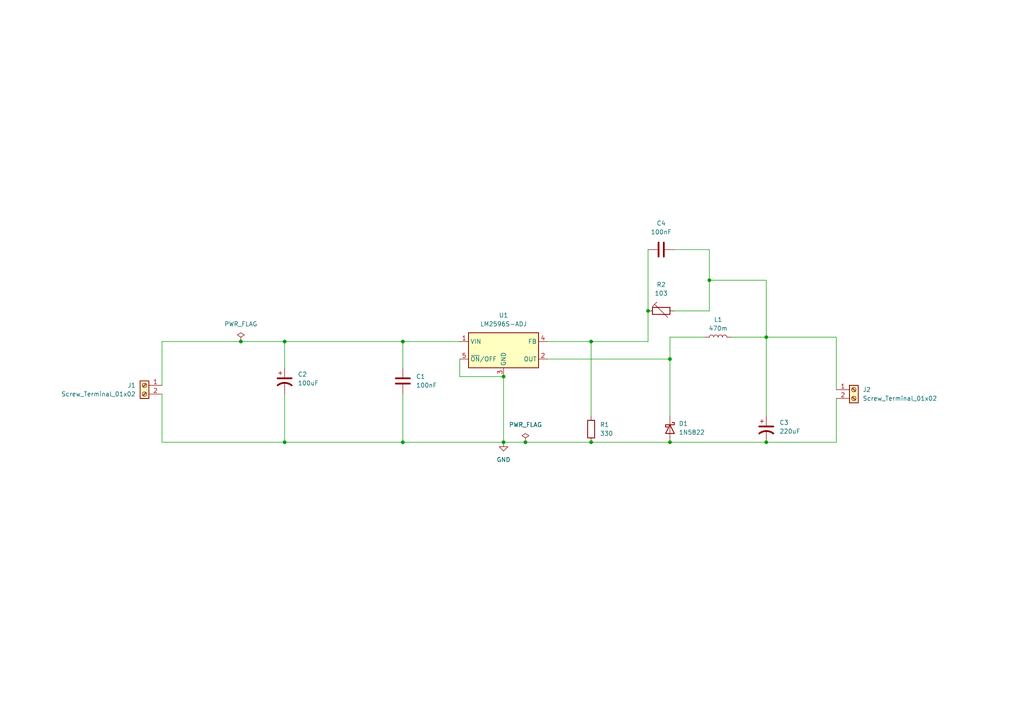
<source format=kicad_sch>
(kicad_sch (version 20250114) (generator "eeschema") (generator_version "9.0")
  (paper "A4")
  (lib_symbols
    (symbol "Connector:Screw_Terminal_01x02" (pin_names (offset 1.016) (hide yes))
      (property "Reference" "J" (at 0 2.54 0))
      (property "Value" "Screw_Terminal_01x02" (at 0 -5.08 0))
      (symbol "Screw_Terminal_01x02_1_1"
        (rectangle (start -1.27 1.27) (end 1.27 -3.81) (stroke (width 0.254)) (fill (type background)))
        (polyline (pts (xy -0.5334 0.3302) (xy 0.3302 -0.508)) (stroke (width 0.1524)))
        (polyline (pts (xy -0.5334 -2.2098) (xy 0.3302 -3.048)) (stroke (width 0.1524)))
        (polyline (pts (xy -0.3556 0.508) (xy 0.508 -0.3302)) (stroke (width 0.1524)))
        (polyline (pts (xy -0.3556 -2.032) (xy 0.508 -2.8702)) (stroke (width 0.1524)))
        (circle (center 0 0) (radius 0.635) (stroke (width 0.1524)))
        (circle (center 0 -2.54) (radius 0.635) (stroke (width 0.1524)))
        (pin passive line (at -5.08 0 0) (length 3.81) (name "Pin_1") (number "1"))
        (pin passive line (at -5.08 -2.54 0) (length 3.81) (name "Pin_2") (number "2"))
      )
    )
    (symbol "Device:C" (pin_numbers (hide yes)) (pin_names (offset 0.254))
      (property "Reference" "C" (at 0.635 2.54 0))
      (property "Value" "C" (at 0.635 -2.54 0))
      (symbol "C_0_1"
        (polyline (pts (xy -2.032 0.762) (xy 2.032 0.762)) (stroke (width 0.508)))
        (polyline (pts (xy -2.032 -0.762) (xy 2.032 -0.762)) (stroke (width 0.508)))
      )
      (symbol "C_1_1"
        (pin passive line (at 0 3.81 270) (length 2.794) (name "~") (number "1"))
        (pin passive line (at 0 -3.81 90) (length 2.794) (name "~") (number "2"))
      )
    )
    (symbol "Device:C_Polarized_US" (pin_numbers (hide yes)) (pin_names (offset 0.254) (hide yes))
      (property "Reference" "C" (at 0.635 2.54 0))
      (property "Value" "C_Polarized_US" (at 0.635 -2.54 0))
      (symbol "C_Polarized_US_0_1"
        (polyline (pts (xy -2.032 0.762) (xy 2.032 0.762)) (stroke (width 0.508)))
        (polyline (pts (xy -1.778 2.286) (xy -0.762 2.286)))
        (polyline (pts (xy -1.27 1.778) (xy -1.27 2.794)))
        (arc (start -2.032 -1.27) (mid 0 -0.5572) (end 2.032 -1.27) (stroke (width 0.508)))
      )
      (symbol "C_Polarized_US_1_1"
        (pin passive line (at 0 3.81 270) (length 2.794) (name "~") (number "1"))
        (pin passive line (at 0 -3.81 90) (length 3.302) (name "~") (number "2"))
      )
    )
    (symbol "Device:L" (pin_numbers (hide yes)) (pin_names (offset 1.016) (hide yes))
      (property "Reference" "L" (at -1.27 0 90))
      (property "Value" "L" (at 1.905 0 90))
      (symbol "L_0_1"
        (arc (start 0 2.54) (mid 0.6323 1.905) (end 0 1.27))
        (arc (start 0 1.27) (mid 0.6323 0.635) (end 0 0))
        (arc (start 0 0) (mid 0.6323 -0.635) (end 0 -1.27))
        (arc (start 0 -1.27) (mid 0.6323 -1.905) (end 0 -2.54))
      )
      (symbol "L_1_1"
        (pin passive line (at 0 3.81 270) (length 1.27) (name "1") (number "1"))
        (pin passive line (at 0 -3.81 90) (length 1.27) (name "2") (number "2"))
      )
    )
    (symbol "Device:R" (pin_numbers (hide yes)) (pin_names (offset 0))
      (property "Reference" "R" (at 2.032 0 90))
      (property "Value" "R" (at 0 0 90))
      (symbol "R_0_1"
        (rectangle (start -1.016 -2.54) (end 1.016 2.54) (stroke (width 0.254)))
      )
      (symbol "R_1_1"
        (pin passive line (at 0 3.81 270) (length 1.27) (name "~") (number "1"))
        (pin passive line (at 0 -3.81 90) (length 1.27) (name "~") (number "2"))
      )
    )
    (symbol "Device:R_Trim" (pin_numbers (hide yes)) (pin_names (offset 0))
      (property "Reference" "R" (at 2.54 -2.54 90))
      (property "Value" "R_Trim" (at -2.54 -0.635 90))
      (symbol "R_Trim_0_1"
        (polyline (pts (xy -1.905 -1.905) (xy 1.905 1.905) (xy 2.54 1.27) (xy 1.27 2.54)))
        (rectangle (start -1.016 -2.54) (end 1.016 2.54) (stroke (width 0.254)))
      )
      (symbol "R_Trim_1_1"
        (pin passive line (at 0 3.81 270) (length 1.27) (name "~") (number "1"))
        (pin passive line (at 0 -3.81 90) (length 1.27) (name "~") (number "2"))
      )
    )
    (symbol "Diode:1N5822" (pin_numbers (hide yes)) (pin_names (offset 1.016) (hide yes))
      (property "Reference" "D" (at 0 2.54 0))
      (property "Value" "1N5822" (at 0 -2.54 0))
      (symbol "1N5822_0_1"
        (polyline (pts (xy -1.905 0.635) (xy -1.905 1.27) (xy -1.27 1.27) (xy -1.27 -1.27) (xy -0.635 -1.27) (xy -0.635 -0.635)) (stroke (width 0.254)))
        (polyline (pts (xy 1.27 1.27) (xy 1.27 -1.27) (xy -1.27 0) (xy 1.27 1.27)) (stroke (width 0.254)))
        (polyline (pts (xy 1.27 0) (xy -1.27 0)))
      )
      (symbol "1N5822_1_1"
        (pin passive line (at -3.81 0 0) (length 2.54) (name "K") (number "1"))
        (pin passive line (at 3.81 0 180) (length 2.54) (name "A") (number "2"))
      )
    )
    (symbol "Regulator_Switching:LM2596S-ADJ"
      (property "Reference" "U" (at -10.16 6.35 0))
      (property "Value" "LM2596S-ADJ" (at 0 6.35 0))
      (symbol "LM2596S-ADJ_0_1"
        (rectangle (start -10.16 5.08) (end 10.16 -5.08) (stroke (width 0.254)) (fill (type background)))
      )
      (symbol "LM2596S-ADJ_1_1"
        (pin power_in line (at -12.7 2.54 0) (length 2.54) (name "VIN") (number "1"))
        (pin input line (at -12.7 -2.54 0) (length 2.54) (name "~{ON}/OFF") (number "5"))
        (pin power_in line (at 0 -7.62 90) (length 2.54) (name "GND") (number "3"))
        (pin input line (at 12.7 2.54 180) (length 2.54) (name "FB") (number "4"))
        (pin output line (at 12.7 -2.54 180) (length 2.54) (name "OUT") (number "2"))
      )
    )
    (symbol "power:GND" (power) (pin_numbers (hide yes)) (pin_names (offset 0) (hide yes))
      (property "Value" "GND" (at 0 -3.81 0))
      (symbol "GND_0_1"
        (polyline (pts (xy 0 0) (xy 0 -1.27) (xy 1.27 -1.27) (xy 0 -2.54) (xy -1.27 -1.27) (xy 0 -1.27)))
      )
      (symbol "GND_1_1"
        (pin power_in line (at 0 0 270) (length 0) (name "~") (number "1"))
      )
    )
    (symbol "power:PWR_FLAG" (power) (pin_numbers (hide yes)) (pin_names (offset 0) (hide yes))
      (property "Value" "PWR_FLAG" (at 0 3.81 0))
      (symbol "PWR_FLAG_0_0"
        (pin power_out line (at 0 0 90) (length 0) (name "~") (number "1"))
      )
      (symbol "PWR_FLAG_0_1"
        (polyline (pts (xy 0 0) (xy 0 1.27) (xy -1.016 1.905) (xy 0 2.54) (xy 1.016 1.905) (xy 0 1.27)))
      )
    )
  )
  (junction (at 187.96 90.17))
  (junction (at 222.25 128.27))
  (junction (at 222.25 97.79))
  (junction (at 171.45 128.27))
  (junction (at 146.05 128.27))
  (junction (at 116.84 99.06))
  (junction (at 152.4 128.27))
  (junction (at 116.84 128.27))
  (junction (at 82.55 99.06))
  (junction (at 146.05 109.22))
  (junction (at 194.31 104.14))
  (junction (at 82.55 128.27))
  (junction (at 194.31 128.27))
  (junction (at 69.85 99.06))
  (junction (at 205.74 81.28))
  (junction (at 171.45 99.06))
  (wire (pts (xy 116.84 128.27) (xy 146.05 128.27)))
  (wire (pts (xy 82.55 106.68) (xy 82.55 99.06)))
  (wire (pts (xy 205.74 72.39) (xy 205.74 81.28)))
  (wire (pts (xy 205.74 81.28) (xy 222.25 81.28)))
  (wire (pts (xy 69.85 99.06) (xy 46.99 99.06)))
  (wire (pts (xy 195.58 72.39) (xy 205.74 72.39)))
  (wire (pts (xy 187.96 72.39) (xy 187.96 90.17)))
  (wire (pts (xy 212.09 97.79) (xy 222.25 97.79)))
  (wire (pts (xy 116.84 99.06) (xy 133.35 99.06)))
  (wire (pts (xy 46.99 128.27) (xy 82.55 128.27)))
  (wire (pts (xy 171.45 128.27) (xy 194.31 128.27)))
  (wire (pts (xy 82.55 99.06) (xy 69.85 99.06)))
  (wire (pts (xy 205.74 81.28) (xy 205.74 90.17)))
  (wire (pts (xy 222.25 97.79) (xy 222.25 120.65)))
  (wire (pts (xy 133.35 104.14) (xy 133.35 109.22)))
  (wire (pts (xy 46.99 99.06) (xy 46.99 111.76)))
  (wire (pts (xy 171.45 99.06) (xy 171.45 120.65)))
  (wire (pts (xy 158.75 104.14) (xy 194.31 104.14)))
  (wire (pts (xy 194.31 128.27) (xy 222.25 128.27)))
  (wire (pts (xy 222.25 81.28) (xy 222.25 97.79)))
  (wire (pts (xy 82.55 114.3) (xy 82.55 128.27)))
  (wire (pts (xy 187.96 90.17) (xy 187.96 99.06)))
  (wire (pts (xy 194.31 97.79) (xy 204.47 97.79)))
  (wire (pts (xy 82.55 99.06) (xy 116.84 99.06)))
  (wire (pts (xy 146.05 109.22) (xy 146.05 128.27)))
  (wire (pts (xy 152.4 128.27) (xy 171.45 128.27)))
  (wire (pts (xy 146.05 128.27) (xy 152.4 128.27)))
  (wire (pts (xy 242.57 128.27) (xy 242.57 115.57)))
  (wire (pts (xy 82.55 128.27) (xy 116.84 128.27)))
  (wire (pts (xy 194.31 104.14) (xy 194.31 97.79)))
  (wire (pts (xy 116.84 114.3) (xy 116.84 128.27)))
  (wire (pts (xy 133.35 109.22) (xy 146.05 109.22)))
  (wire (pts (xy 116.84 106.68) (xy 116.84 99.06)))
  (wire (pts (xy 242.57 97.79) (xy 242.57 113.03)))
  (wire (pts (xy 187.96 99.06) (xy 171.45 99.06)))
  (wire (pts (xy 194.31 120.65) (xy 194.31 104.14)))
  (wire (pts (xy 171.45 99.06) (xy 158.75 99.06)))
  (wire (pts (xy 46.99 114.3) (xy 46.99 128.27)))
  (wire (pts (xy 222.25 128.27) (xy 242.57 128.27)))
  (wire (pts (xy 222.25 97.79) (xy 242.57 97.79)))
  (wire (pts (xy 205.74 90.17) (xy 195.58 90.17)))
  (symbol (lib_id "power:GND") (at 146.05 128.27 0) (unit 1)
    (property "Reference" "#PWR01" (effects (hide yes)))
    (property "Value" "GND" (at 146.05 133.35 0))
    (property "Description" "Power symbol creates a global label with name \"GND\" , ground" (effects (hide yes)))
  )
  (symbol (lib_id "Device:L") (at 208.28 97.79 90) (unit 1)
    (property "Reference" "L1" (at 208.28 92.71 90))
    (property "Value" "470m" (at 208.28 95.25 90))
    (property "Footprint" "Inductor_SMD:L_12x12mm_H8mm" (effects (hide yes)))
    (property "Description" "Inductor" (effects (hide yes)))
  )
  (symbol (lib_id "power:PWR_FLAG") (at 152.4 128.27 0) (unit 1)
    (property "Reference" "#FLG02" (effects (hide yes)))
    (property "Value" "PWR_FLAG" (at 152.4 123.19 0))
    (property "Description" "Special symbol for telling ERC where power comes from" (effects (hide yes)))
  )
  (symbol (lib_id "Device:C") (at 191.77 72.39 90) (unit 1)
    (property "Reference" "C4" (at 191.77 64.77 90))
    (property "Value" "100nF" (at 191.77 67.31 90))
    (property "Footprint" "Capacitor_SMD:C_0603_1608Metric_Pad1.08x0.95mm_HandSolder" (effects (hide yes)))
    (property "Description" "Unpolarized capacitor" (effects (hide yes)))
  )
  (symbol (lib_id "Device:R") (at 171.45 124.46 0) (unit 1)
    (property "Reference" "R1" (at 173.99 123.1899 0) (effects (justify left)))
    (property "Value" "330" (at 173.99 125.7299 0) (effects (justify left)))
    (property "Footprint" "Resistor_SMD:R_0603_1608Metric_Pad0.98x0.95mm_HandSolder" (effects (hide yes)))
    (property "Description" "Resistor" (effects (hide yes)))
  )
  (symbol (lib_id "Device:C_Polarized_US") (at 222.25 124.46 0) (unit 1)
    (property "Reference" "C3" (at 226.06 122.5549 0) (effects (justify left)))
    (property "Value" "220uF" (at 226.06 125.0949 0) (effects (justify left)))
    (property "Footprint" "Capacitor_SMD:CP_Elec_8x10" (effects (hide yes)))
    (property "Description" "Polarized capacitor, US symbol" (effects (hide yes)))
  )
  (symbol (lib_id "power:PWR_FLAG") (at 69.85 99.06 0) (unit 1)
    (property "Reference" "#FLG01" (effects (hide yes)))
    (property "Value" "PWR_FLAG" (at 69.85 93.98 0))
    (property "Description" "Special symbol for telling ERC where power comes from" (effects (hide yes)))
  )
  (symbol (lib_id "Device:C") (at 116.84 110.49 0) (unit 1)
    (property "Reference" "C1" (at 120.65 109.2199 0) (effects (justify left)))
    (property "Value" "100nF" (at 120.65 111.7599 0) (effects (justify left)))
    (property "Footprint" "Capacitor_SMD:C_0603_1608Metric_Pad1.08x0.95mm_HandSolder" (effects (hide yes)))
    (property "Description" "Unpolarized capacitor" (effects (hide yes)))
  )
  (symbol (lib_id "Regulator_Switching:LM2596S-ADJ") (at 146.05 101.6 0) (unit 1)
    (property "Reference" "U1" (at 146.05 91.44 0))
    (property "Value" "LM2596S-ADJ" (at 146.05 93.98 0))
    (property "Footprint" "Package_TO_SOT_SMD:TO-263-5_TabPin3" (effects (hide yes)))
    (property "Datasheet" "http://www.ti.com/lit/ds/symlink/lm2596.pdf" (effects (hide yes)))
    (property "Description" "Adjustable 3A Step-Down Voltage Regulator, TO-263" (effects (hide yes)))
  )
  (symbol (lib_id "Device:R_Trim") (at 191.77 90.17 90) (unit 1)
    (property "Reference" "R2" (at 191.77 82.55 90))
    (property "Value" "103" (at 191.77 85.09 90))
    (property "Footprint" "Potentiometer_THT:Potentiometer_Bourns_3296Y_Vertical" (effects (hide yes)))
    (property "Description" "Trimmable resistor (preset resistor)" (effects (hide yes)))
  )
  (symbol (lib_id "Connector:Screw_Terminal_01x02") (at 41.91 111.76 0) (mirror y) (unit 1)
    (property "Reference" "J1" (at 39.37 111.7599 0) (effects (justify left)))
    (property "Value" "Screw_Terminal_01x02" (at 39.37 114.2999 0) (effects (justify left)))
    (property "Footprint" "Connector_Wire:SolderWire-0.5sqmm_1x01_D0.9mm_OD2.1mm" (effects (hide yes)))
    (property "Description" "Generic screw terminal, single row, 01x02, script generated (kicad-library-utils/schlib/autogen/connector/)" (effects (hide yes)))
  )
  (symbol (lib_id "Diode:1N5822") (at 194.31 124.46 270) (unit 1)
    (property "Reference" "D1" (at 196.85 122.8724 90) (effects (justify left)))
    (property "Value" "1N5822" (at 196.85 125.4124 90) (effects (justify left)))
    (property "Footprint" "Diode_SMD:D_1206_3216Metric" (effects (hide yes)))
    (property "Datasheet" "http://www.vishay.com/docs/88526/1n5820.pdf" (effects (hide yes)))
    (property "Description" "40V 3A Schottky Barrier Rectifier Diode, DO-201AD" (effects (hide yes)))
  )
  (symbol (lib_id "Connector:Screw_Terminal_01x02") (at 247.65 113.03 0) (unit 1)
    (property "Reference" "J2" (at 250.19 113.0299 0) (effects (justify left)))
    (property "Value" "Screw_Terminal_01x02" (at 250.19 115.5699 0) (effects (justify left)))
    (property "Footprint" "Connector_Wire:SolderWire-0.5sqmm_1x01_D0.9mm_OD2.1mm" (effects (hide yes)))
    (property "Description" "Generic screw terminal, single row, 01x02, script generated (kicad-library-utils/schlib/autogen/connector/)" (effects (hide yes)))
  )
  (symbol (lib_id "Device:C_Polarized_US") (at 82.55 110.49 0) (unit 1)
    (property "Reference" "C2" (at 86.36 108.5849 0) (effects (justify left)))
    (property "Value" "100uF" (at 86.36 111.1249 0) (effects (justify left)))
    (property "Footprint" "Capacitor_SMD:CP_Elec_8x10" (effects (hide yes)))
    (property "Description" "Polarized capacitor, US symbol" (effects (hide yes)))
  )
)
</source>
